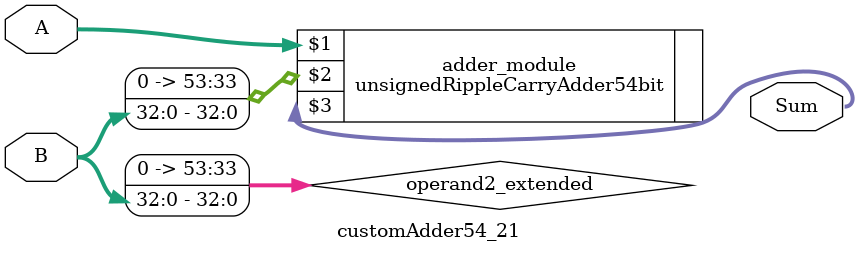
<source format=v>
module customAdder54_21(
                        input [53 : 0] A,
                        input [32 : 0] B,
                        
                        output [54 : 0] Sum
                );

        wire [53 : 0] operand2_extended;
        
        assign operand2_extended =  {21'b0, B};
        
        unsignedRippleCarryAdder54bit adder_module(
            A,
            operand2_extended,
            Sum
        );
        
        endmodule
        
</source>
